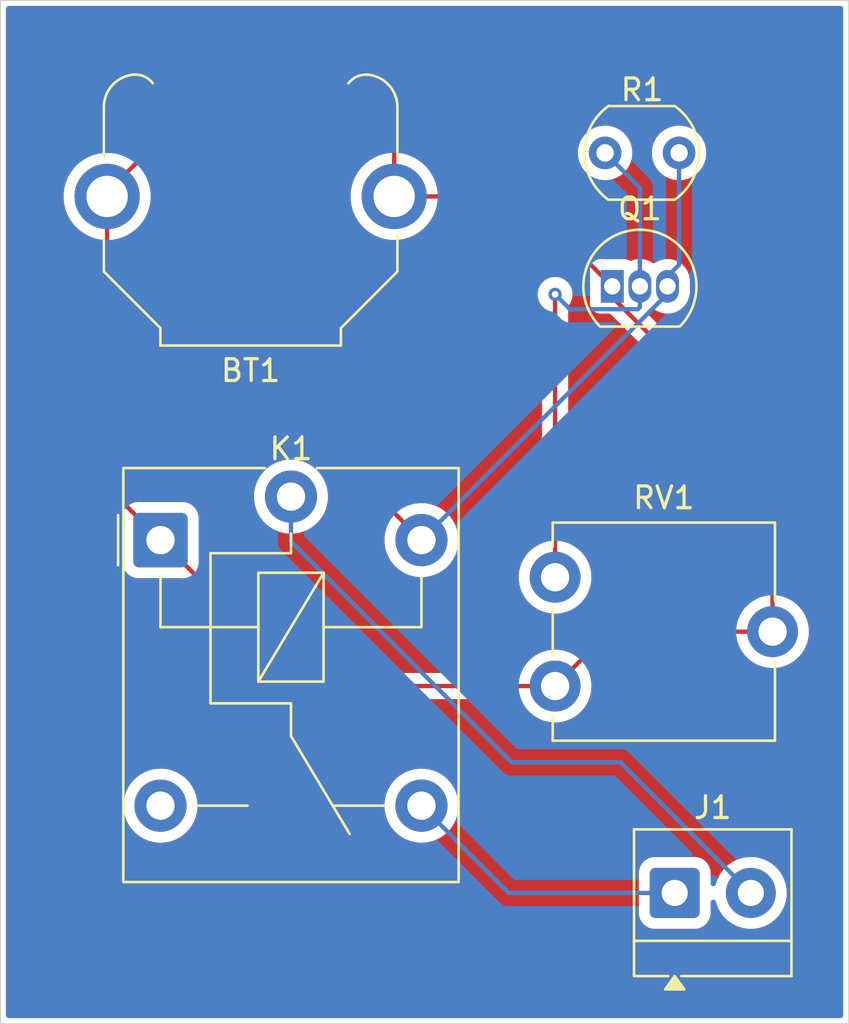
<source format=kicad_pcb>
(kicad_pcb (version 20241229) (generator "pcbnew") (generator_version "9.0")
  (layers (0 "F.Cu" signal) (2 "B.Cu" signal) (13 "F.Paste" user) (15 "B.Paste" user) (5 "F.SilkS" user "F.Silkscreen") (7 "B.SilkS" user "B.Silkscreen") (1 "F.Mask" user) (3 "B.Mask" user) (25 "Edge.Cuts" user))
  (net 0 "")
  (net 1 "+9V")
  (net 2 "GND")
  (net 3 "Net-(J1-Pin_1)")
  (net 4 "Net-(J1-Pin_2)")
  (net 6 "/ldr")
  (footprint "Potentiometer_THT:Potentiometer_ACP_CA9-V10_Vertical" (layer "F.Cu") (at 133.5 82.495)
    (property "Reference" "RV1" (at 5 -8.65 0) (layer "F.SilkS"))
    (property "Value" "R_Potentiometer_Small")
    (fp_line (start -0.11 -7.51) (end 10.11 -7.51) (stroke (width 0.12)) (layer "F.SilkS"))
    (fp_line (start -0.11 -6.396) (end -0.11 -7.51) (stroke (width 0.12)) (layer "F.SilkS"))
    (fp_line (start -0.11 -1.396) (end -0.11 -3.604) (stroke (width 0.12)) (layer "F.SilkS"))
    (fp_line (start -0.11 2.51) (end -0.11 1.396) (stroke (width 0.12)) (layer "F.SilkS"))
    (fp_line (start 10.11 -7.51) (end 10.11 -3.896) (stroke (width 0.12)) (layer "F.SilkS"))
    (fp_line (start 10.11 -1.104) (end 10.11 2.51) (stroke (width 0.12)) (layer "F.SilkS"))
    (fp_line (start 10.11 2.51) (end -0.11 2.51) (stroke (width 0.12)) (layer "F.SilkS"))
    (pad "1" thru_hole circle (at 0 0) (size 2.34 2.34) (drill 1.3) (layers "*.Cu" "*.Mask") (net 1 "+9V"))
    (pad "2" thru_hole circle (at 10 -2.5) (size 2.34 2.34) (drill 1.3) (layers "*.Cu" "*.Mask") (net 1 "+9V"))
    (pad "3" thru_hole circle (at 0 -5) (size 2.34 2.34) (drill 1.3) (layers "*.Cu" "*.Mask") (net 6 "/ldr"))
  )
  (footprint "Battery:BatteryHolder_Keystone_3001_1x12mm" (layer "F.Cu") (at 119.5 60 180)
    (property "Reference" "BT1" (at 0 -8 0) (layer "F.SilkS"))
    (property "Value" "Battery_Cell")
    (fp_line (start 6.75 1.8) (end 6.75 4.1) (stroke (width 0.12)) (layer "F.SilkS"))
    (fp_line (start 6.75 -3.45) (end 6.75 -1.8) (stroke (width 0.12)) (layer "F.SilkS"))
    (fp_line (start 4.15 -6.05) (end 6.75 -3.45) (stroke (width 0.12)) (layer "F.SilkS"))
    (fp_line (start 4.15 -6.85) (end 4.15 -6.05) (stroke (width 0.12)) (layer "F.SilkS"))
    (fp_line (start -4.15 -6.05) (end -4.15 -6.85) (stroke (width 0.12)) (layer "F.SilkS"))
    (fp_line (start -4.15 -6.85) (end 4.15 -6.85) (stroke (width 0.12)) (layer "F.SilkS"))
    (fp_line (start -6.75 1.8) (end -6.75 4.1) (stroke (width 0.12)) (layer "F.SilkS"))
    (fp_line (start -6.75 -1.8) (end -6.75 -3.45) (stroke (width 0.12)) (layer "F.SilkS"))
    (fp_line (start -6.75 -3.45) (end -4.15 -6.05) (stroke (width 0.12)) (layer "F.SilkS"))
    (fp_arc (start 6.75 4.1) (mid 6.328491 5.143375) (end 5.3 5.6) (stroke (width 0.12)) (layer "F.SilkS"))
    (fp_arc (start 5.3 5.6) (mid 4.853425 5.493151) (end 4.5 5.2) (stroke (width 0.12)) (layer "F.SilkS"))
    (fp_arc (start -4.5 5.2) (mid -4.90584 5.514615) (end -5.414615 5.58416) (stroke (width 0.12)) (layer "F.SilkS"))
    (fp_arc (start -5.3 5.6) (mid -6.32849 5.143374) (end -6.75 4.1) (stroke (width 0.12)) (layer "F.SilkS"))
    (pad "1" thru_hole circle (at -6.6 0 180) (size 3 3) (drill 1.9) (layers "*.Cu" "*.Mask") (net 1 "+9V"))
    (pad "1" thru_hole circle (at 6.6 0 180) (size 3 3) (drill 1.9) (layers "*.Cu" "*.Mask") (net 1 "+9V"))
    (pad "2" smd circle (at 0 0 180) (size 9 9) (layers "F.Cu" "F.Mask") (net 2 "GND"))
  )
  (footprint "Relay_THT:Relay_SPDT_Finder_36.11" (layer "F.Cu") (at 115.355 75.79)
    (property "Reference" "K1" (at 6 -4.2 0) (layer "F.SilkS"))
    (property "Value" "FINDER-36.11")
    (fp_line (start -1.95 -1.15) (end -1.95 1.15) (stroke (width 0.12)) (layer "F.SilkS"))
    (fp_line (start -1.71 15.7) (end -1.71 -3.31) (stroke (width 0.12)) (layer "F.SilkS"))
    (fp_line (start 0 1.7) (end 0 4) (stroke (width 0.12)) (layer "F.SilkS"))
    (fp_line (start 1.7 12.2) (end 4 12.2) (stroke (width 0.12)) (layer "F.SilkS"))
    (fp_line (start 2.3 7.5) (end 2.3 0.6) (stroke (width 0.12)) (layer "F.SilkS"))
    (fp_line (start 4.5 1.5) (end 7.5 1.5) (stroke (width 0.12)) (layer "F.SilkS"))
    (fp_line (start 4.5 4) (end 0 4) (stroke (width 0.12)) (layer "F.SilkS"))
    (fp_line (start 4.5 6.5) (end 4.5 1.5) (stroke (width 0.12)) (layer "F.SilkS"))
    (fp_line (start 4.5 6.5) (end 7.5 1.5) (stroke (width 0.12)) (layer "F.SilkS"))
    (fp_line (start 4.8 -3.31) (end -1.71 -3.31) (stroke (width 0.12)) (layer "F.SilkS"))
    (fp_line (start 6 0.6) (end 2.3 0.6) (stroke (width 0.12)) (layer "F.SilkS"))
    (fp_line (start 6 0.6) (end 6 -0.3) (stroke (width 0.12)) (layer "F.SilkS"))
    (fp_line (start 6 7.5) (end 2.3 7.5) (stroke (width 0.12)) (layer "F.SilkS"))
    (fp_line (start 6 7.5) (end 6 9) (stroke (width 0.12)) (layer "F.SilkS"))
    (fp_line (start 6 9) (end 8.7 13.5) (stroke (width 0.12)) (layer "F.SilkS"))
    (fp_line (start 7.5 1.5) (end 7.5 6.5) (stroke (width 0.12)) (layer "F.SilkS"))
    (fp_line (start 7.5 6.5) (end 4.5 6.5) (stroke (width 0.12)) (layer "F.SilkS"))
    (fp_line (start 10.3 12.2) (end 8 12.2) (stroke (width 0.12)) (layer "F.SilkS"))
    (fp_line (start 12 4) (end 7.5 4) (stroke (width 0.12)) (layer "F.SilkS"))
    (fp_line (start 12 4) (end 12 1.7) (stroke (width 0.12)) (layer "F.SilkS"))
    (fp_line (start 13.71 -3.31) (end 7.2 -3.31) (stroke (width 0.12)) (layer "F.SilkS"))
    (fp_line (start 13.71 -3.31) (end 13.71 15.71) (stroke (width 0.12)) (layer "F.SilkS"))
    (fp_line (start 13.71 15.71) (end -1.71 15.71) (stroke (width 0.12)) (layer "F.SilkS"))
    (pad "11" thru_hole circle (at 6 -2) (size 2.4 2.4) (drill 1.3) (layers "*.Cu" "*.Mask") (net 4 "Net-(J1-Pin_2)"))
    (pad "12" thru_hole circle (at 12 12.2) (size 2.4 2.4) (drill 1.3) (layers "*.Cu" "*.Mask") (net 3 "Net-(J1-Pin_1)"))
    (pad "14" thru_hole circle (at 0 12.2) (size 2.4 2.4) (drill 1.3) (layers "*.Cu" "*.Mask"))
    (pad "A1" thru_hole roundrect (at 0 0) (size 2.5 2.5) (drill 1.3) (layers "*.Cu" "*.Mask") (roundrect_rratio 0.1) (net 1 "+9V"))
    (pad "A2" thru_hole circle (at 12 0) (size 2.4 2.4) (drill 1.3) (layers "*.Cu" "*.Mask") (net 2 "GND"))
  )
  (footprint "OptoDevice:R_LDR_5.1x4.3mm_P3.4mm_Vertical" (layer "F.Cu") (at 135.8 58)
    (property "Reference" "R1" (at 1.7 -2.9 0) (layer "F.SilkS"))
    (property "Value" "LDR07")
    (fp_line (start 0.15 -2.15) (end 3.2 -2.15) (stroke (width 0.12)) (layer "F.SilkS"))
    (fp_line (start 0.15 2.15) (end 3.2 2.15) (stroke (width 0.12)) (layer "F.SilkS"))
    (fp_arc (start 0.15 2.15) (mid -0.950438 -0.013368) (end 0.171766 -2.165525) (stroke (width 0.12)) (layer "F.SilkS"))
    (fp_arc (start 3.2 -2.15) (mid 4.321403 -0.027338) (end 3.244513 2.118249) (stroke (width 0.12)) (layer "F.SilkS"))
    (pad "1" thru_hole circle (at 0 0) (size 1.5 1.5) (drill 0.8) (layers "*.Cu" "*.Mask") (net 6 "/ldr"))
    (pad "2" thru_hole circle (at 3.4 0) (size 1.5 1.5) (drill 0.8) (layers "*.Cu" "*.Mask") (net 2 "GND"))
  )
  (footprint "Package_TO_SOT_THT:TO-92_Inline" (layer "F.Cu") (at 136.13 64.13)
    (property "Reference" "Q1" (at 1.27 -3.56 0) (layer "F.SilkS"))
    (property "Value" "BC547")
    (fp_line (start -0.53 1.85) (end 3.07 1.85) (stroke (width 0.12)) (layer "F.SilkS"))
    (fp_arc (start -0.568478 1.838478) (mid -1.132087 -0.994977) (end 1.27 -2.6) (stroke (width 0.12)) (layer "F.SilkS"))
    (fp_arc (start 1.27 -2.6) (mid 3.672087 -0.994977) (end 3.108478 1.838478) (stroke (width 0.12)) (layer "F.SilkS"))
    (pad "1" thru_hole rect (at 0 0) (size 1.05 1.5) (drill 0.75) (layers "*.Cu" "*.Mask") (net 1 "+9V"))
    (pad "2" thru_hole oval (at 1.27 0) (size 1.05 1.5) (drill 0.75) (layers "*.Cu" "*.Mask") (net 6 "/ldr"))
    (pad "3" thru_hole oval (at 2.54 0) (size 1.05 1.5) (drill 0.75) (layers "*.Cu" "*.Mask") (net 2 "GND"))
  )
  (footprint "TerminalBlock_MetzConnect:TerminalBlock_MetzConnect_Type059_RT06302HBWC_1x02_P3.50mm_Horizontal" (layer "F.Cu") (at 139 92)
    (property "Reference" "J1" (at 1.75 -3.92 0) (layer "F.SilkS"))
    (property "Value" "Screw_Terminal_01x02")
    (fp_line (start -1.87 -2.92) (end 5.37 -2.92) (stroke (width 0.12)) (layer "F.SilkS"))
    (fp_line (start -1.87 2.2) (end 5.37 2.2) (stroke (width 0.12)) (layer "F.SilkS"))
    (fp_line (start -1.87 3.82) (end -1.87 -2.92) (stroke (width 0.12)) (layer "F.SilkS"))
    (fp_line (start -0.3 3.82) (end -1.87 3.82) (stroke (width 0.12)) (layer "F.SilkS"))
    (fp_line (start 5.37 -2.92) (end 5.37 3.82) (stroke (width 0.12)) (layer "F.SilkS"))
    (fp_line (start 5.37 3.82) (end 0.3 3.82) (stroke (width 0.12)) (layer "F.SilkS"))
    (fp_poly (pts (xy 0 3.82) (xy 0.44 4.43) (xy -0.44 4.43)) (stroke (width 0.12)) (fill yes) (layer "F.SilkS"))
    (pad "1" thru_hole roundrect (at 0 0) (size 2.3 2.3) (drill 1.2) (layers "*.Cu" "*.Mask") (roundrect_rratio 0.108696) (net 3 "Net-(J1-Pin_1)"))
    (pad "2" thru_hole circle (at 3.5 0) (size 2.3 2.3) (drill 1.2) (layers "*.Cu" "*.Mask") (net 4 "Net-(J1-Pin_2)"))
  )
  (gr_rect (start 108 51) (end 147 98) (stroke (width 0.05)) (fill no) (layer "Edge.Cuts"))
  (gr_text "street light controller\n" (at 110.5 95.5 0) (layer "F.Cu") (effects (font (size 1.5 1.5) (thickness 0.3) (bold yes)) (justify left bottom)))
  (segment (start 117.51136 55.199) (end 123.42032 55.199) (width 0.2) (layer "F.Cu") (net 1))
  (segment (start 126.1 57.87868) (end 126.1 60) (width 0.2) (layer "F.Cu") (net 1))
  (segment (start 133.5 82.495) (end 122.06 82.495) (width 0.2) (layer "F.Cu") (net 1))
  (segment (start 143.5 72) (end 143.5 79.995) (width 0.2) (layer "F.Cu") (net 1))
  (segment (start 143.5 79.995) (end 136 79.995) (width 0.2) (layer "F.Cu") (net 1))
  (segment (start 112.9 59.81036) (end 117.51136 55.199) (width 0.2) (layer "F.Cu") (net 1))
  (segment (start 112.9 73.335) (end 115.355 75.79) (width 0.2) (layer "F.Cu") (net 1))
  (segment (start 132 60) (end 136.13 64.13) (width 0.2) (layer "F.Cu") (net 1))
  (segment (start 136 79.995) (end 133.5 82.495) (width 0.2) (layer "F.Cu") (net 1))
  (segment (start 123.42032 55.199) (end 126.1 57.87868) (width 0.2) (layer "F.Cu") (net 1))
  (segment (start 112.9 60) (end 112.9 73.335) (width 0.2) (layer "F.Cu") (net 1))
  (segment (start 112.9 60) (end 112.9 59.81036) (width 0.2) (layer "F.Cu") (net 1))
  (segment (start 136.13 64.63) (end 143.5 72) (width 0.2) (layer "F.Cu") (net 1))
  (segment (start 136.13 64.13) (end 136.13 64.63) (width 0.2) (layer "F.Cu") (net 1))
  (segment (start 122.06 82.495) (end 115.355 75.79) (width 0.2) (layer "F.Cu") (net 1))
  (segment (start 126.1 60) (end 132 60) (width 0.2) (layer "F.Cu") (net 1))
  (segment (start 119.5 60) (end 119.5 67.935) (width 0.2) (layer "F.Cu") (net 2))
  (segment (start 119.5 67.935) (end 127.355 75.79) (width 0.2) (layer "F.Cu") (net 2))
  (segment (start 127.355 75.79) (end 138.67 64.475) (width 0.2) (layer "B.Cu") (net 2))
  (segment (start 139.2 63.14) (end 139.2 58) (width 0.2) (layer "B.Cu") (net 2))
  (segment (start 138.67 64.13) (end 138.67 63.67) (width 0.2) (layer "B.Cu") (net 2))
  (segment (start 138.67 63.67) (end 139.2 63.14) (width 0.2) (layer "B.Cu") (net 2))
  (segment (start 138.67 64.475) (end 138.67 64.13) (width 0.2) (layer "B.Cu") (net 2))
  (segment (start 131.365 92) (end 127.355 87.99) (width 0.2) (layer "B.Cu") (net 3))
  (segment (start 139 92) (end 131.365 92) (width 0.2) (layer "B.Cu") (net 3))
  (segment (start 136.5 86) (end 131.5 86) (width 0.2) (layer "B.Cu") (net 4))
  (segment (start 121.355 75.855) (end 121.355 73.79) (width 0.2) (layer "B.Cu") (net 4))
  (segment (start 131.5 86) (end 121.355 75.855) (width 0.2) (layer "B.Cu") (net 4))
  (segment (start 142.5 92) (end 136.5 86) (width 0.2) (layer "B.Cu") (net 4))
  (segment (start 133.5 64.5) (end 133.5 77.495) (width 0.2) (layer "F.Cu") (net 6))
  (via (at 133.5 64.5) (size 0.6) (drill 0.3) (layers "F.Cu" "B.Cu") (net 6))
  (via (at 133.5 77.495) (size 0.6) (drill 0.3) (layers "F.Cu" "B.Cu") (net 6))
  (via (at 133.5 64.5) (size 0.6) (drill 0.3) (layers "F.Cu" "B.Cu") (net 6))
  (via (at 133.5 64.5) (size 0.6) (drill 0.3) (layers "F.Cu" "B.Cu") (net 6))
  (segment (start 137.4 64.13) (end 137.4 59.6) (width 0.2) (layer "B.Cu") (net 6))
  (segment (start 137.4 59.6) (end 135.8 58) (width 0.2) (layer "B.Cu") (net 6))
  (segment (start 134.181 65.181) (end 133.5 64.5) (width 0.2) (layer "B.Cu") (net 6))
  (segment (start 137.4 64.13) (end 137.4 65.08) (width 0.2) (layer "B.Cu") (net 6))
  (segment (start 137.299 65.181) (end 134.181 65.181) (width 0.2) (layer "B.Cu") (net 6))
  (segment (start 137.4 65.08) (end 137.299 65.181) (width 0.2) (layer "B.Cu") (net 6))
  (zone (net 0) (net_name "") (layers "F.Cu" "B.Cu") (connect_pads (clearance 0.5)) (min_thickness 0.25) (fill yes (thermal_gap 0.5) (thermal_bridge_width 0.5) (island_removal_mode 1) (island_area_min 10))
    (polygon (pts (xy 108 51) (xy 108 98) (xy 147 98) (xy 147 51)))
  )
)
</source>
